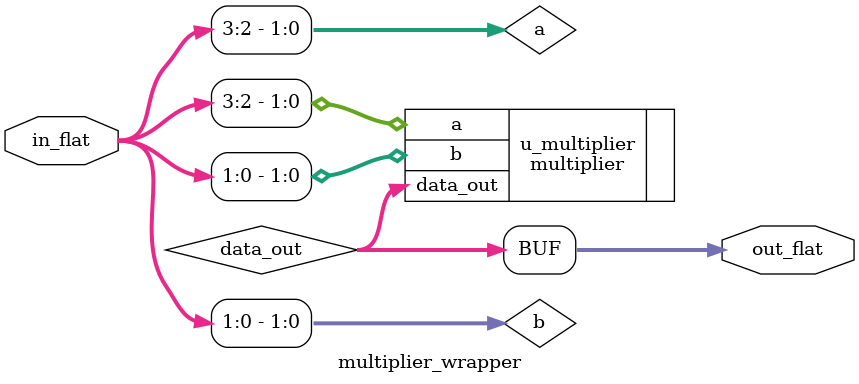
<source format=sv>
`include "multiplier.sv"

module multiplier_wrapper (
    input  wire [3:0] in_flat,
    output wire [4:0] out_flat
);

  // Slice `in_flat` into original inputs
  wire [1:0] a = in_flat[3:2];
  wire [1:0] b = in_flat[1:0];

  // Wires to capture original module outputs
  wire [4:0] data_out;

  // Instantiate the original module
  multiplier u_multiplier (
    .a(a),
    .b(b),
    .data_out(data_out)
  );

  // Pack original outputs into `out_flat`
  assign out_flat[4:0] = data_out;

endmodule  // multiplier_wrapper
</source>
